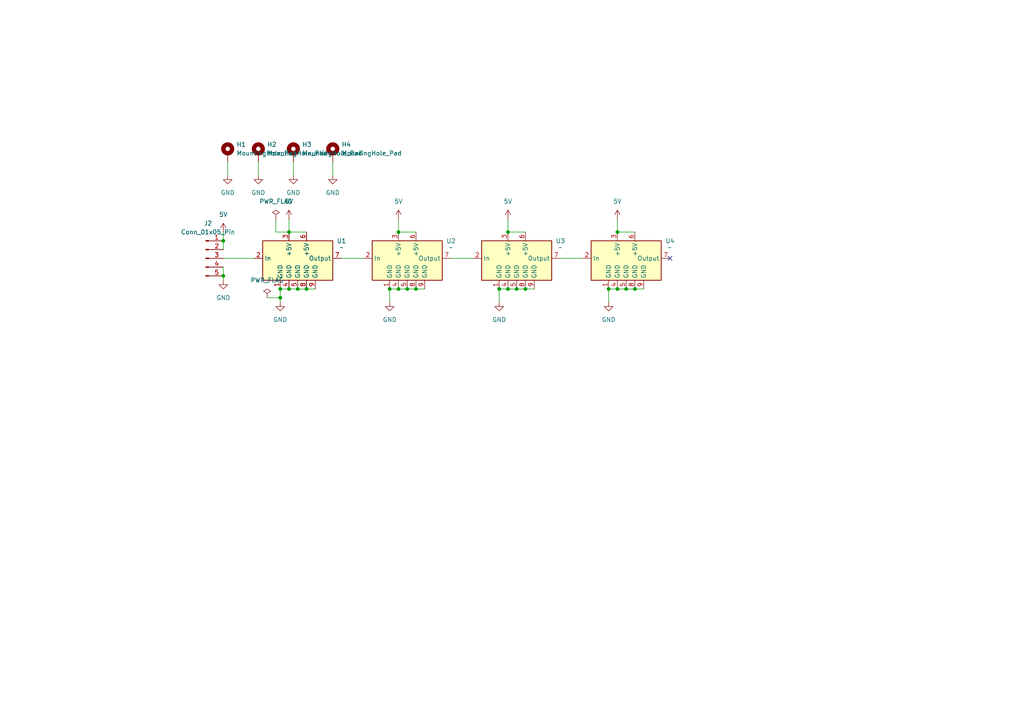
<source format=kicad_sch>
(kicad_sch (version 20231120) (generator "eeschema") (generator_version "8.0")
  (paper "A4")
  (lib_symbols
    (symbol "Connector:Conn_01x05_Pin" (pin_names (offset 1.016) hide)
      (property "Reference" "J" (at 0 7.62 0))
      (property "Value" "Conn_01x05_Pin" (at 0 -7.62 0))
      (symbol "Conn_01x05_Pin_1_1"
        (polyline (pts (xy 1.27 -5.08) (xy 0.8636 -5.08)) (stroke (width 0.1524)))
        (polyline (pts (xy 1.27 -2.54) (xy 0.8636 -2.54)) (stroke (width 0.1524)))
        (polyline (pts (xy 1.27 0) (xy 0.8636 0)) (stroke (width 0.1524)))
        (polyline (pts (xy 1.27 2.54) (xy 0.8636 2.54)) (stroke (width 0.1524)))
        (polyline (pts (xy 1.27 5.08) (xy 0.8636 5.08)) (stroke (width 0.1524)))
        (rectangle (start 0.8636 -4.953) (end 0 -5.207) (stroke (width 0.1524)) (fill (type outline)))
        (rectangle (start 0.8636 -2.413) (end 0 -2.667) (stroke (width 0.1524)) (fill (type outline)))
        (rectangle (start 0.8636 0.127) (end 0 -0.127) (stroke (width 0.1524)) (fill (type outline)))
        (rectangle (start 0.8636 2.667) (end 0 2.413) (stroke (width 0.1524)) (fill (type outline)))
        (rectangle (start 0.8636 5.207) (end 0 4.953) (stroke (width 0.1524)) (fill (type outline)))
        (pin passive line (at 5.08 5.08 180) (length 3.81) (name "Pin_1") (number "1"))
        (pin passive line (at 5.08 2.54 180) (length 3.81) (name "Pin_2") (number "2"))
        (pin passive line (at 5.08 0 180) (length 3.81) (name "Pin_3") (number "3"))
        (pin passive line (at 5.08 -2.54 180) (length 3.81) (name "Pin_4") (number "4"))
        (pin passive line (at 5.08 -5.08 180) (length 3.81) (name "Pin_5") (number "5"))
      )
    )
    (symbol "Mechanical:MountingHole_Pad" (pin_numbers hide) (pin_names (offset 1.016) hide) (exclude_from_sim yes) (in_bom no)
      (property "Reference" "H" (at 0 6.35 0))
      (property "Value" "MountingHole_Pad" (at 0 4.445 0))
      (symbol "MountingHole_Pad_0_1"
        (circle (center 0 1.27) (radius 1.27) (stroke (width 1.27)))
      )
      (symbol "MountingHole_Pad_1_1"
        (pin input line (at 0 -2.54 90) (length 2.54) (name "1") (number "1"))
      )
    )
    (symbol "my_library:WS2812b_4x4_Matrix"
      (property "Reference" "U" (at 0 -36.83 0))
      (symbol "WS2812b_4x4_Matrix_0_1"
        (rectangle (start -10.16 -44.45) (end 10.16 -55.88) (stroke (width 0.254)) (fill (type background)))
      )
      (symbol "WS2812b_4x4_Matrix_1_1"
        (pin power_in line (at -5.08 -58.42 90) (length 2.54) (name "GND") (number "1"))
        (pin input line (at -12.7 -49.53 0) (length 2.54) (name "In") (number "2"))
        (pin power_in line (at -2.54 -41.91 270) (length 2.54) (name "+5V") (number "3"))
        (pin power_in line (at -2.54 -58.42 90) (length 2.54) (name "GND") (number "4"))
        (pin power_in line (at 0 -58.42 90) (length 2.54) (name "GND") (number "5"))
        (pin power_in line (at 2.54 -41.91 270) (length 2.54) (name "+5V") (number "6"))
        (pin output line (at 12.7 -49.53 180) (length 2.54) (name "Output") (number "7"))
        (pin power_in line (at 2.54 -58.42 90) (length 2.54) (name "GND") (number "8"))
        (pin power_in line (at 5.08 -58.42 90) (length 2.54) (name "GND") (number "9"))
      )
    )
    (symbol "power:GND" (power) (pin_numbers hide) (pin_names (offset 0) hide)
      (property "Value" "GND" (at 0 -3.81 0))
      (symbol "GND_0_1"
        (polyline (pts (xy 0 0) (xy 0 -1.27) (xy 1.27 -1.27) (xy 0 -2.54) (xy -1.27 -1.27) (xy 0 -1.27)))
      )
      (symbol "GND_1_1"
        (pin power_in line (at 0 0 270) (length 0) (name "~") (number "1"))
      )
    )
    (symbol "power:PWR_FLAG" (power) (pin_numbers hide) (pin_names (offset 0) hide)
      (property "Value" "PWR_FLAG" (at 0 3.81 0))
      (symbol "PWR_FLAG_0_0"
        (pin power_out line (at 0 0 90) (length 0) (name "~") (number "1"))
      )
      (symbol "PWR_FLAG_0_1"
        (polyline (pts (xy 0 0) (xy 0 1.27) (xy -1.016 1.905) (xy 0 2.54) (xy 1.016 1.905) (xy 0 1.27)))
      )
    )
    (symbol "power:VCC" (power) (pin_numbers hide) (pin_names (offset 0) hide)
      (property "Value" "VCC" (at 0 3.556 0))
      (symbol "VCC_0_1"
        (polyline (pts (xy -0.762 1.27) (xy 0 2.54)))
        (polyline (pts (xy 0 0) (xy 0 2.54)))
        (polyline (pts (xy 0 2.54) (xy 0.762 1.27)))
      )
      (symbol "VCC_1_1"
        (pin power_in line (at 0 0 90) (length 0) (name "~") (number "1"))
      )
    )
  )
  (junction (at 83.82 83.82))
  (junction (at 181.61 83.82))
  (junction (at 115.57 67.31))
  (junction (at 149.86 83.82))
  (junction (at 81.28 86.36))
  (junction (at 64.77 69.85))
  (junction (at 144.78 83.82))
  (junction (at 179.07 67.31))
  (junction (at 81.28 83.82))
  (junction (at 115.57 83.82))
  (junction (at 184.15 83.82))
  (junction (at 152.4 83.82))
  (junction (at 147.32 83.82))
  (junction (at 147.32 67.31))
  (junction (at 113.03 83.82))
  (junction (at 83.82 67.31))
  (junction (at 120.65 83.82))
  (junction (at 176.53 83.82))
  (junction (at 64.77 80.01))
  (junction (at 118.11 83.82))
  (junction (at 179.07 83.82))
  (junction (at 86.36 83.82))
  (junction (at 88.9 83.82))
  (no_connect (at 194.31 74.93))
  (wire (pts (xy 152.4 83.82) (xy 154.94 83.82)))
  (wire (pts (xy 83.82 63.5) (xy 83.82 67.31)))
  (wire (pts (xy 64.77 74.93) (xy 73.66 74.93)))
  (wire (pts (xy 64.77 80.01) (xy 64.77 81.28)))
  (wire (pts (xy 184.15 83.82) (xy 186.69 83.82)))
  (wire (pts (xy 99.06 74.93) (xy 105.41 74.93)))
  (wire (pts (xy 179.07 63.5) (xy 179.07 67.31)))
  (wire (pts (xy 96.52 46.99) (xy 96.52 50.8)))
  (wire (pts (xy 115.57 83.82) (xy 118.11 83.82)))
  (wire (pts (xy 176.53 83.82) (xy 179.07 83.82)))
  (wire (pts (xy 120.65 83.82) (xy 123.19 83.82)))
  (wire (pts (xy 64.77 69.85) (xy 64.77 72.39)))
  (wire (pts (xy 88.9 83.82) (xy 91.44 83.82)))
  (wire (pts (xy 66.04 46.99) (xy 66.04 50.8)))
  (wire (pts (xy 115.57 63.5) (xy 115.57 67.31)))
  (wire (pts (xy 80.01 63.5) (xy 80.01 67.31)))
  (wire (pts (xy 118.11 83.82) (xy 120.65 83.82)))
  (wire (pts (xy 179.07 67.31) (xy 184.15 67.31)))
  (wire (pts (xy 85.09 46.99) (xy 85.09 50.8)))
  (wire (pts (xy 181.61 83.82) (xy 184.15 83.82)))
  (wire (pts (xy 130.81 74.93) (xy 137.16 74.93)))
  (wire (pts (xy 144.78 83.82) (xy 144.78 87.63)))
  (wire (pts (xy 162.56 74.93) (xy 168.91 74.93)))
  (wire (pts (xy 64.77 67.31) (xy 64.77 69.85)))
  (wire (pts (xy 64.77 77.47) (xy 64.77 80.01)))
  (wire (pts (xy 80.01 67.31) (xy 83.82 67.31)))
  (wire (pts (xy 83.82 67.31) (xy 88.9 67.31)))
  (wire (pts (xy 81.28 83.82) (xy 83.82 83.82)))
  (wire (pts (xy 81.28 83.82) (xy 81.28 86.36)))
  (wire (pts (xy 147.32 67.31) (xy 152.4 67.31)))
  (wire (pts (xy 115.57 67.31) (xy 120.65 67.31)))
  (wire (pts (xy 113.03 83.82) (xy 115.57 83.82)))
  (wire (pts (xy 113.03 83.82) (xy 113.03 87.63)))
  (wire (pts (xy 83.82 83.82) (xy 86.36 83.82)))
  (wire (pts (xy 81.28 86.36) (xy 81.28 87.63)))
  (wire (pts (xy 179.07 83.82) (xy 181.61 83.82)))
  (wire (pts (xy 77.47 86.36) (xy 81.28 86.36)))
  (wire (pts (xy 176.53 83.82) (xy 176.53 87.63)))
  (wire (pts (xy 147.32 63.5) (xy 147.32 67.31)))
  (wire (pts (xy 149.86 83.82) (xy 152.4 83.82)))
  (wire (pts (xy 74.93 46.99) (xy 74.93 50.8)))
  (wire (pts (xy 147.32 83.82) (xy 149.86 83.82)))
  (wire (pts (xy 144.78 83.82) (xy 147.32 83.82)))
  (wire (pts (xy 86.36 83.82) (xy 88.9 83.82)))
  (symbol (lib_id "power:GND") (at 74.93 50.8 0) (unit 1)
    (property "Reference" "#PWR012" (effects (hide yes)))
    (property "Value" "GND" (at 74.93 55.88 0))
    (property "Description" "Power symbol creates a global label with name \"GND\" , ground" (effects (hide yes)))
  )
  (symbol (lib_id "Connector:Conn_01x05_Pin") (at 59.69 74.93 0) (unit 1)
    (property "Reference" "J2" (at 60.325 64.77 0))
    (property "Value" "Conn_01x05_Pin" (at 60.325 67.31 0))
    (property "Footprint" "Connector_PinHeader_2.54mm:PinHeader_1x05_P2.54mm_Vertical" (effects (hide yes)))
    (property "Description" "Generic connector, single row, 01x05, script generated" (effects (hide yes)))
  )
  (symbol (lib_id "power:GND") (at 96.52 50.8 0) (unit 1)
    (property "Reference" "#PWR014" (effects (hide yes)))
    (property "Value" "GND" (at 96.52 55.88 0))
    (property "Description" "Power symbol creates a global label with name \"GND\" , ground" (effects (hide yes)))
  )
  (symbol (lib_id "power:GND") (at 64.77 81.28 0) (unit 1)
    (property "Reference" "#PWR02" (effects (hide yes)))
    (property "Value" "GND" (at 64.77 86.36 0))
    (property "Description" "Power symbol creates a global label with name \"GND\" , ground" (effects (hide yes)))
  )
  (symbol (lib_id "power:VCC") (at 115.57 63.5 0) (unit 1)
    (property "Reference" "#PWR06" (effects (hide yes)))
    (property "Value" "5V" (at 115.57 58.42 0))
    (property "Description" "Power symbol creates a global label with name \"VCC\"" (effects (hide yes)))
  )
  (symbol (lib_id "power:PWR_FLAG") (at 80.01 63.5 0) (unit 1)
    (property "Reference" "#FLG01" (effects (hide yes)))
    (property "Value" "PWR_FLAG" (at 80.01 58.42 0))
    (property "Description" "Special symbol for telling ERC where power comes from" (effects (hide yes)))
  )
  (symbol (lib_id "power:GND") (at 81.28 87.63 0) (unit 1)
    (property "Reference" "#PWR04" (effects (hide yes)))
    (property "Value" "GND" (at 81.28 92.71 0))
    (property "Description" "Power symbol creates a global label with name \"GND\" , ground" (effects (hide yes)))
  )
  (symbol (lib_id "power:VCC") (at 179.07 63.5 0) (unit 1)
    (property "Reference" "#PWR010" (effects (hide yes)))
    (property "Value" "5V" (at 179.07 58.42 0))
    (property "Description" "Power symbol creates a global label with name \"VCC\"" (effects (hide yes)))
  )
  (symbol (lib_id "Mechanical:MountingHole_Pad") (at 96.52 44.45 0) (unit 1) (exclude_from_sim yes) (in_bom no)
    (property "Reference" "H4" (at 99.06 41.9099 0) (effects (justify left)))
    (property "Value" "MountingHole_Pad" (at 99.06 44.4499 0) (effects (justify left)))
    (property "Footprint" "MountingHole:MountingHole_3.2mm_M3_DIN965_Pad" (effects (hide yes)))
    (property "Description" "Mounting Hole with connection" (effects (hide yes)))
  )
  (symbol (lib_id "Mechanical:MountingHole_Pad") (at 74.93 44.45 0) (unit 1) (exclude_from_sim yes) (in_bom no)
    (property "Reference" "H2" (at 77.47 41.9099 0) (effects (justify left)))
    (property "Value" "MountingHole_Pad" (at 77.47 44.4499 0) (effects (justify left)))
    (property "Footprint" "MountingHole:MountingHole_3.2mm_M3_DIN965_Pad" (effects (hide yes)))
    (property "Description" "Mounting Hole with connection" (effects (hide yes)))
  )
  (symbol (lib_id "my_library:WS2812b_4x4_Matrix") (at 181.61 25.4 0) (unit 1)
    (property "Reference" "U4" (at 194.31 69.8814 0))
    (property "Value" "~" (at 194.31 71.7865 0))
    (property "Footprint" "my_library:WS2812b_4x4_matrix" (effects (hide yes)))
    (property "Description" "Symbol for a 4x4 matrix of WS2812b RGB LEDs" (effects (hide yes)))
  )
  (symbol (lib_id "power:GND") (at 66.04 50.8 0) (unit 1)
    (property "Reference" "#PWR011" (effects (hide yes)))
    (property "Value" "GND" (at 66.04 55.88 0))
    (property "Description" "Power symbol creates a global label with name \"GND\" , ground" (effects (hide yes)))
  )
  (symbol (lib_id "power:VCC") (at 147.32 63.5 0) (unit 1)
    (property "Reference" "#PWR08" (effects (hide yes)))
    (property "Value" "5V" (at 147.32 58.42 0))
    (property "Description" "Power symbol creates a global label with name \"VCC\"" (effects (hide yes)))
  )
  (symbol (lib_id "power:GND") (at 85.09 50.8 0) (unit 1)
    (property "Reference" "#PWR013" (effects (hide yes)))
    (property "Value" "GND" (at 85.09 55.88 0))
    (property "Description" "Power symbol creates a global label with name \"GND\" , ground" (effects (hide yes)))
  )
  (symbol (lib_id "power:VCC") (at 64.77 67.31 0) (unit 1)
    (property "Reference" "#PWR01" (effects (hide yes)))
    (property "Value" "5V" (at 64.77 62.23 0))
    (property "Description" "Power symbol creates a global label with name \"VCC\"" (effects (hide yes)))
  )
  (symbol (lib_id "power:VCC") (at 83.82 63.5 0) (unit 1)
    (property "Reference" "#PWR03" (effects (hide yes)))
    (property "Value" "5V" (at 83.82 58.42 0))
    (property "Description" "Power symbol creates a global label with name \"VCC\"" (effects (hide yes)))
  )
  (symbol (lib_id "power:GND") (at 144.78 87.63 0) (unit 1)
    (property "Reference" "#PWR07" (effects (hide yes)))
    (property "Value" "GND" (at 144.78 92.71 0))
    (property "Description" "Power symbol creates a global label with name \"GND\" , ground" (effects (hide yes)))
  )
  (symbol (lib_id "my_library:WS2812b_4x4_Matrix") (at 86.36 25.4 0) (unit 1)
    (property "Reference" "U1" (at 99.06 69.8814 0))
    (property "Value" "~" (at 99.06 71.7865 0))
    (property "Footprint" "my_library:WS2812b_4x4_matrix" (effects (hide yes)))
    (property "Description" "Symbol for a 4x4 matrix of WS2812b RGB LEDs" (effects (hide yes)))
  )
  (symbol (lib_id "Mechanical:MountingHole_Pad") (at 85.09 44.45 0) (unit 1) (exclude_from_sim yes) (in_bom no)
    (property "Reference" "H3" (at 87.63 41.9099 0) (effects (justify left)))
    (property "Value" "MountingHole_Pad" (at 87.63 44.4499 0) (effects (justify left)))
    (property "Footprint" "MountingHole:MountingHole_3.2mm_M3_DIN965_Pad" (effects (hide yes)))
    (property "Description" "Mounting Hole with connection" (effects (hide yes)))
  )
  (symbol (lib_id "my_library:WS2812b_4x4_Matrix") (at 149.86 25.4 0) (unit 1)
    (property "Reference" "U3" (at 162.56 69.8814 0))
    (property "Value" "~" (at 162.56 71.7865 0))
    (property "Footprint" "my_library:WS2812b_4x4_matrix" (effects (hide yes)))
    (property "Description" "Symbol for a 4x4 matrix of WS2812b RGB LEDs" (effects (hide yes)))
  )
  (symbol (lib_id "power:PWR_FLAG") (at 77.47 86.36 0) (unit 1)
    (property "Reference" "#FLG02" (effects (hide yes)))
    (property "Value" "PWR_FLAG" (at 77.47 81.28 0))
    (property "Description" "Special symbol for telling ERC where power comes from" (effects (hide yes)))
  )
  (symbol (lib_id "power:GND") (at 113.03 87.63 0) (unit 1)
    (property "Reference" "#PWR05" (effects (hide yes)))
    (property "Value" "GND" (at 113.03 92.71 0))
    (property "Description" "Power symbol creates a global label with name \"GND\" , ground" (effects (hide yes)))
  )
  (symbol (lib_id "power:GND") (at 176.53 87.63 0) (unit 1)
    (property "Reference" "#PWR09" (effects (hide yes)))
    (property "Value" "GND" (at 176.53 92.71 0))
    (property "Description" "Power symbol creates a global label with name \"GND\" , ground" (effects (hide yes)))
  )
  (symbol (lib_id "my_library:WS2812b_4x4_Matrix") (at 118.11 25.4 0) (unit 1)
    (property "Reference" "U2" (at 130.81 69.8814 0))
    (property "Value" "~" (at 130.81 71.7865 0))
    (property "Footprint" "my_library:WS2812b_4x4_matrix" (effects (hide yes)))
    (property "Description" "Symbol for a 4x4 matrix of WS2812b RGB LEDs" (effects (hide yes)))
  )
  (symbol (lib_id "Mechanical:MountingHole_Pad") (at 66.04 44.45 0) (unit 1) (exclude_from_sim yes) (in_bom no)
    (property "Reference" "H1" (at 68.58 41.9099 0) (effects (justify left)))
    (property "Value" "MountingHole_Pad" (at 68.58 44.4499 0) (effects (justify left)))
    (property "Footprint" "MountingHole:MountingHole_3.2mm_M3_DIN965_Pad" (effects (hide yes)))
    (property "Description" "Mounting Hole with connection" (effects (hide yes)))
  )
)
</source>
